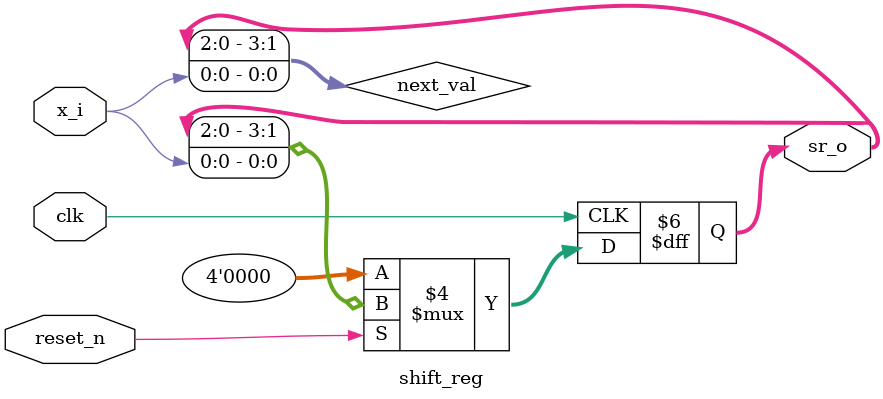
<source format=sv>

module shift_reg (
  input wire clk,
  input wire reset_n,
  input wire x_i,
  output logic [3:0] sr_o
);
  
  logic [3:0] next_val;
  
  always_ff @(posedge clk) begin
    if (~reset_n) begin
      sr_o <= '0;
    end else begin
      sr_o <= next_val;
    end
  end
  
   assign next_val = {sr_o[2:0],x_i};
  
endmodule

</source>
